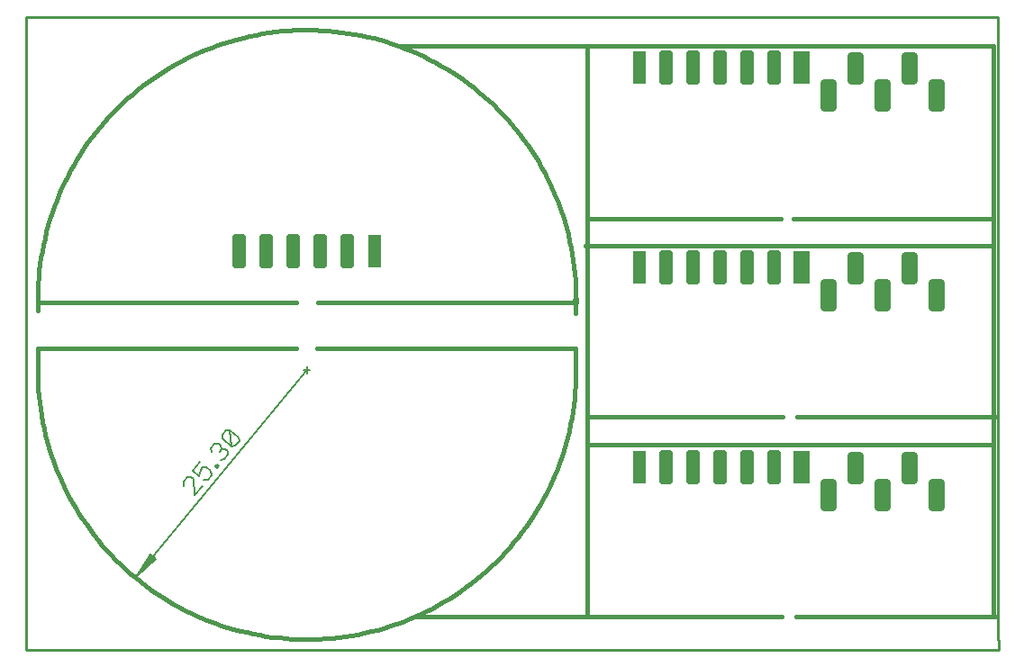
<source format=gtp>
G75*
%MOIN*%
%OFA0B0*%
%FSLAX25Y25*%
%IPPOS*%
%LPD*%
%AMOC8*
5,1,8,0,0,1.08239X$1,22.5*
%
%ADD10C,0.01600*%
%ADD11C,0.00512*%
%ADD12C,0.00600*%
%ADD13C,0.01000*%
%ADD14R,0.05000X0.12480*%
%ADD15C,0.02500*%
%ADD16C,0.03000*%
%ADD17R,0.06000X0.12000*%
D10*
X0255602Y0123102D02*
X0318852Y0123102D01*
X0390852Y0123102D01*
X0396352Y0123102D02*
X0469102Y0123102D01*
X0470102Y0123102D01*
X0469102Y0123102D02*
X0469102Y0334352D01*
X0468852Y0334352D02*
X0318852Y0334352D01*
X0318602Y0334352D01*
X0318852Y0334352D02*
X0318852Y0270602D01*
X0390602Y0270602D01*
X0395102Y0270602D02*
X0468852Y0270602D01*
X0468602Y0260602D02*
X0318352Y0260602D01*
X0318852Y0270602D02*
X0318852Y0197102D01*
X0391352Y0197102D01*
X0396602Y0197102D02*
X0470352Y0197102D01*
X0469352Y0186852D02*
X0319102Y0186852D01*
X0318852Y0197102D02*
X0318852Y0123102D01*
X0314602Y0216352D02*
X0314602Y0222352D01*
X0314352Y0222352D02*
X0218852Y0222352D01*
X0211352Y0222352D02*
X0115852Y0222352D01*
X0115602Y0222602D02*
X0115602Y0218602D01*
X0115602Y0239602D02*
X0211102Y0239602D01*
X0115602Y0236602D02*
X0115529Y0239043D01*
X0115515Y0241485D01*
X0115562Y0243927D01*
X0115668Y0246367D01*
X0115834Y0248803D01*
X0116060Y0251235D01*
X0116345Y0253660D01*
X0116689Y0256078D01*
X0117093Y0258487D01*
X0117556Y0260884D01*
X0118077Y0263270D01*
X0118657Y0265643D01*
X0119295Y0268000D01*
X0119990Y0270341D01*
X0120742Y0272665D01*
X0121551Y0274969D01*
X0122417Y0277252D01*
X0123338Y0279514D01*
X0124314Y0281753D01*
X0125345Y0283967D01*
X0126430Y0286155D01*
X0127568Y0288315D01*
X0128759Y0290447D01*
X0130002Y0292550D01*
X0131295Y0294621D01*
X0132640Y0296660D01*
X0134034Y0298665D01*
X0135476Y0300636D01*
X0136967Y0302570D01*
X0138504Y0304468D01*
X0140087Y0306327D01*
X0141716Y0308147D01*
X0143389Y0309926D01*
X0145104Y0311664D01*
X0146862Y0313359D01*
X0148661Y0315011D01*
X0150500Y0316618D01*
X0152378Y0318180D01*
X0154293Y0319694D01*
X0156245Y0321162D01*
X0158233Y0322581D01*
X0160254Y0323951D01*
X0162309Y0325272D01*
X0164395Y0326541D01*
X0166512Y0327759D01*
X0168658Y0328925D01*
X0170832Y0330037D01*
X0173032Y0331096D01*
X0175258Y0332101D01*
X0177508Y0333051D01*
X0179781Y0333945D01*
X0182074Y0334784D01*
X0184388Y0335566D01*
X0186720Y0336291D01*
X0189069Y0336959D01*
X0191434Y0337568D01*
X0193813Y0338120D01*
X0196205Y0338613D01*
X0198608Y0339048D01*
X0201021Y0339423D01*
X0203442Y0339739D01*
X0205871Y0339996D01*
X0208305Y0340193D01*
X0210744Y0340331D01*
X0213184Y0340408D01*
X0215627Y0340426D01*
X0218068Y0340384D01*
X0220508Y0340281D01*
X0222945Y0340120D01*
X0225377Y0339898D01*
X0227803Y0339617D01*
X0230221Y0339277D01*
X0232631Y0338877D01*
X0235029Y0338418D01*
X0237416Y0337901D01*
X0239789Y0337325D01*
X0242148Y0336692D01*
X0244490Y0336001D01*
X0246815Y0335252D01*
X0249120Y0334447D01*
X0251406Y0333585D01*
X0253669Y0332668D01*
X0255909Y0331696D01*
X0258125Y0330669D01*
X0260315Y0329588D01*
X0262477Y0328453D01*
X0264611Y0327266D01*
X0266716Y0326027D01*
X0268789Y0324737D01*
X0270830Y0323396D01*
X0272838Y0322005D01*
X0274811Y0320566D01*
X0276748Y0319079D01*
X0278648Y0317545D01*
X0280510Y0315965D01*
X0282333Y0314339D01*
X0284115Y0312670D01*
X0285856Y0310957D01*
X0287554Y0309202D01*
X0289209Y0307406D01*
X0290819Y0305570D01*
X0292384Y0303695D01*
X0293902Y0301782D01*
X0295373Y0299832D01*
X0296796Y0297847D01*
X0298169Y0295828D01*
X0299493Y0293776D01*
X0300766Y0291692D01*
X0301988Y0289577D01*
X0303157Y0287433D01*
X0304273Y0285261D01*
X0305336Y0283062D01*
X0306345Y0280838D01*
X0307298Y0278590D01*
X0308197Y0276319D01*
X0309039Y0274027D01*
X0309825Y0271714D01*
X0310554Y0269384D01*
X0311226Y0267036D01*
X0311840Y0264672D01*
X0312396Y0262294D01*
X0312893Y0259903D01*
X0313331Y0257500D01*
X0313711Y0255088D01*
X0314031Y0252667D01*
X0314292Y0250239D01*
X0314493Y0247805D01*
X0314635Y0245367D01*
X0314717Y0242926D01*
X0314738Y0240484D01*
X0314700Y0238042D01*
X0314603Y0235602D01*
X0314852Y0239602D02*
X0219352Y0239602D01*
X0314603Y0218602D02*
X0314676Y0216161D01*
X0314690Y0213719D01*
X0314643Y0211277D01*
X0314537Y0208837D01*
X0314371Y0206401D01*
X0314145Y0203969D01*
X0313860Y0201544D01*
X0313516Y0199126D01*
X0313112Y0196717D01*
X0312649Y0194320D01*
X0312128Y0191934D01*
X0311548Y0189561D01*
X0310910Y0187204D01*
X0310215Y0184863D01*
X0309463Y0182539D01*
X0308654Y0180235D01*
X0307788Y0177952D01*
X0306867Y0175690D01*
X0305891Y0173451D01*
X0304860Y0171237D01*
X0303775Y0169049D01*
X0302637Y0166889D01*
X0301446Y0164757D01*
X0300203Y0162654D01*
X0298910Y0160583D01*
X0297565Y0158544D01*
X0296171Y0156539D01*
X0294729Y0154568D01*
X0293238Y0152634D01*
X0291701Y0150736D01*
X0290118Y0148877D01*
X0288489Y0147057D01*
X0286816Y0145278D01*
X0285101Y0143540D01*
X0283343Y0141845D01*
X0281544Y0140193D01*
X0279705Y0138586D01*
X0277827Y0137024D01*
X0275912Y0135510D01*
X0273960Y0134042D01*
X0271972Y0132623D01*
X0269951Y0131253D01*
X0267896Y0129932D01*
X0265810Y0128663D01*
X0263693Y0127445D01*
X0261547Y0126279D01*
X0259373Y0125167D01*
X0257173Y0124108D01*
X0254947Y0123103D01*
X0252697Y0122153D01*
X0250424Y0121259D01*
X0248131Y0120420D01*
X0245817Y0119638D01*
X0243485Y0118913D01*
X0241136Y0118245D01*
X0238771Y0117636D01*
X0236392Y0117084D01*
X0234000Y0116591D01*
X0231597Y0116156D01*
X0229184Y0115781D01*
X0226763Y0115465D01*
X0224334Y0115208D01*
X0221900Y0115011D01*
X0219461Y0114873D01*
X0217021Y0114796D01*
X0214578Y0114778D01*
X0212137Y0114820D01*
X0209697Y0114923D01*
X0207260Y0115084D01*
X0204828Y0115306D01*
X0202402Y0115587D01*
X0199984Y0115927D01*
X0197574Y0116327D01*
X0195176Y0116786D01*
X0192789Y0117303D01*
X0190416Y0117879D01*
X0188057Y0118512D01*
X0185715Y0119203D01*
X0183390Y0119952D01*
X0181085Y0120757D01*
X0178799Y0121619D01*
X0176536Y0122536D01*
X0174296Y0123508D01*
X0172080Y0124535D01*
X0169890Y0125616D01*
X0167728Y0126751D01*
X0165594Y0127938D01*
X0163489Y0129177D01*
X0161416Y0130467D01*
X0159375Y0131808D01*
X0157367Y0133199D01*
X0155394Y0134638D01*
X0153457Y0136125D01*
X0151557Y0137659D01*
X0149695Y0139239D01*
X0147872Y0140865D01*
X0146090Y0142534D01*
X0144349Y0144247D01*
X0142651Y0146002D01*
X0140996Y0147798D01*
X0139386Y0149634D01*
X0137821Y0151509D01*
X0136303Y0153422D01*
X0134832Y0155372D01*
X0133409Y0157357D01*
X0132036Y0159376D01*
X0130712Y0161428D01*
X0129439Y0163512D01*
X0128217Y0165627D01*
X0127048Y0167771D01*
X0125932Y0169943D01*
X0124869Y0172142D01*
X0123860Y0174366D01*
X0122907Y0176614D01*
X0122008Y0178885D01*
X0121166Y0181177D01*
X0120380Y0183490D01*
X0119651Y0185820D01*
X0118979Y0188168D01*
X0118365Y0190532D01*
X0117809Y0192910D01*
X0117312Y0195301D01*
X0116874Y0197704D01*
X0116494Y0200116D01*
X0116174Y0202537D01*
X0115913Y0204965D01*
X0115712Y0207399D01*
X0115570Y0209837D01*
X0115488Y0212278D01*
X0115467Y0214720D01*
X0115505Y0217162D01*
X0115602Y0219602D01*
X0115602Y0239852D02*
X0115602Y0240852D01*
X0115602Y0240352D02*
X0115602Y0245602D01*
X0248852Y0334602D02*
X0321102Y0334602D01*
X0314852Y0240852D02*
X0314852Y0240352D01*
X0314602Y0240602D02*
X0314352Y0240602D01*
D11*
X0216336Y0214390D02*
X0213822Y0214390D01*
X0214916Y0214193D02*
X0151930Y0137683D01*
X0159063Y0144738D01*
X0159243Y0144590D02*
X0151930Y0137683D01*
X0157483Y0146039D01*
X0157303Y0146187D02*
X0159243Y0144590D01*
X0158668Y0145063D02*
X0151930Y0137683D01*
X0157878Y0145714D01*
X0157303Y0146187D02*
X0151930Y0137683D01*
X0215079Y0213134D02*
X0215079Y0215647D01*
D12*
X0189949Y0189548D02*
X0186654Y0192264D01*
X0187233Y0186253D01*
X0188736Y0186398D01*
X0190094Y0188045D01*
X0189949Y0189548D01*
X0186654Y0192264D02*
X0185151Y0192120D01*
X0183793Y0190472D01*
X0183938Y0188969D01*
X0187233Y0186253D01*
X0185849Y0184574D02*
X0185994Y0183072D01*
X0184636Y0181424D01*
X0183133Y0181279D01*
X0181762Y0179616D02*
X0182586Y0178937D01*
X0181907Y0178114D01*
X0181083Y0178793D01*
X0181762Y0179616D01*
X0179699Y0177114D02*
X0179844Y0175611D01*
X0178486Y0173964D01*
X0176983Y0173819D01*
X0175336Y0175177D02*
X0175870Y0177504D01*
X0176549Y0178328D01*
X0178052Y0178472D01*
X0179699Y0177114D01*
X0175336Y0175177D02*
X0172864Y0177214D01*
X0175581Y0180510D01*
X0179838Y0183996D02*
X0179693Y0185498D01*
X0181051Y0187146D01*
X0182554Y0187291D01*
X0183378Y0186612D01*
X0183523Y0185109D01*
X0185025Y0185254D01*
X0185849Y0184574D01*
X0183523Y0185109D02*
X0182843Y0184285D01*
X0173128Y0174178D02*
X0172304Y0174857D01*
X0170802Y0174712D01*
X0169444Y0173065D01*
X0169588Y0171562D01*
X0173128Y0174178D02*
X0173707Y0168167D01*
X0176423Y0171462D01*
D13*
X0111102Y0110852D02*
X0471102Y0110852D01*
X0471102Y0114352D01*
X0470852Y0114352D01*
X0470852Y0345102D01*
X0111102Y0345102D01*
X0111102Y0110852D01*
D14*
X0240102Y0258602D03*
X0338102Y0252352D03*
X0338102Y0178352D03*
X0338102Y0326352D03*
D15*
X0349352Y0331342D02*
X0349352Y0321362D01*
X0346852Y0321362D01*
X0346852Y0331342D01*
X0349352Y0331342D01*
X0349352Y0323861D02*
X0346852Y0323861D01*
X0346852Y0326360D02*
X0349352Y0326360D01*
X0349352Y0328859D02*
X0346852Y0328859D01*
X0359352Y0331342D02*
X0359352Y0321362D01*
X0356852Y0321362D01*
X0356852Y0331342D01*
X0359352Y0331342D01*
X0359352Y0323861D02*
X0356852Y0323861D01*
X0356852Y0326360D02*
X0359352Y0326360D01*
X0359352Y0328859D02*
X0356852Y0328859D01*
X0369352Y0331342D02*
X0369352Y0321362D01*
X0366852Y0321362D01*
X0366852Y0331342D01*
X0369352Y0331342D01*
X0369352Y0323861D02*
X0366852Y0323861D01*
X0366852Y0326360D02*
X0369352Y0326360D01*
X0369352Y0328859D02*
X0366852Y0328859D01*
X0379352Y0331342D02*
X0379352Y0321362D01*
X0376852Y0321362D01*
X0376852Y0331342D01*
X0379352Y0331342D01*
X0379352Y0323861D02*
X0376852Y0323861D01*
X0376852Y0326360D02*
X0379352Y0326360D01*
X0379352Y0328859D02*
X0376852Y0328859D01*
X0389352Y0331342D02*
X0389352Y0321362D01*
X0386852Y0321362D01*
X0386852Y0331342D01*
X0389352Y0331342D01*
X0389352Y0323861D02*
X0386852Y0323861D01*
X0386852Y0326360D02*
X0389352Y0326360D01*
X0389352Y0328859D02*
X0386852Y0328859D01*
X0389352Y0257342D02*
X0389352Y0247362D01*
X0386852Y0247362D01*
X0386852Y0257342D01*
X0389352Y0257342D01*
X0389352Y0249861D02*
X0386852Y0249861D01*
X0386852Y0252360D02*
X0389352Y0252360D01*
X0389352Y0254859D02*
X0386852Y0254859D01*
X0379352Y0257342D02*
X0379352Y0247362D01*
X0376852Y0247362D01*
X0376852Y0257342D01*
X0379352Y0257342D01*
X0379352Y0249861D02*
X0376852Y0249861D01*
X0376852Y0252360D02*
X0379352Y0252360D01*
X0379352Y0254859D02*
X0376852Y0254859D01*
X0369352Y0257342D02*
X0369352Y0247362D01*
X0366852Y0247362D01*
X0366852Y0257342D01*
X0369352Y0257342D01*
X0369352Y0249861D02*
X0366852Y0249861D01*
X0366852Y0252360D02*
X0369352Y0252360D01*
X0369352Y0254859D02*
X0366852Y0254859D01*
X0359352Y0257342D02*
X0359352Y0247362D01*
X0356852Y0247362D01*
X0356852Y0257342D01*
X0359352Y0257342D01*
X0359352Y0249861D02*
X0356852Y0249861D01*
X0356852Y0252360D02*
X0359352Y0252360D01*
X0359352Y0254859D02*
X0356852Y0254859D01*
X0349352Y0257342D02*
X0349352Y0247362D01*
X0346852Y0247362D01*
X0346852Y0257342D01*
X0349352Y0257342D01*
X0349352Y0249861D02*
X0346852Y0249861D01*
X0346852Y0252360D02*
X0349352Y0252360D01*
X0349352Y0254859D02*
X0346852Y0254859D01*
X0349352Y0183342D02*
X0349352Y0173362D01*
X0346852Y0173362D01*
X0346852Y0183342D01*
X0349352Y0183342D01*
X0349352Y0175861D02*
X0346852Y0175861D01*
X0346852Y0178360D02*
X0349352Y0178360D01*
X0349352Y0180859D02*
X0346852Y0180859D01*
X0359352Y0183342D02*
X0359352Y0173362D01*
X0356852Y0173362D01*
X0356852Y0183342D01*
X0359352Y0183342D01*
X0359352Y0175861D02*
X0356852Y0175861D01*
X0356852Y0178360D02*
X0359352Y0178360D01*
X0359352Y0180859D02*
X0356852Y0180859D01*
X0369352Y0183342D02*
X0369352Y0173362D01*
X0366852Y0173362D01*
X0366852Y0183342D01*
X0369352Y0183342D01*
X0369352Y0175861D02*
X0366852Y0175861D01*
X0366852Y0178360D02*
X0369352Y0178360D01*
X0369352Y0180859D02*
X0366852Y0180859D01*
X0379352Y0183342D02*
X0379352Y0173362D01*
X0376852Y0173362D01*
X0376852Y0183342D01*
X0379352Y0183342D01*
X0379352Y0175861D02*
X0376852Y0175861D01*
X0376852Y0178360D02*
X0379352Y0178360D01*
X0379352Y0180859D02*
X0376852Y0180859D01*
X0389352Y0183342D02*
X0389352Y0173362D01*
X0386852Y0173362D01*
X0386852Y0183342D01*
X0389352Y0183342D01*
X0389352Y0175861D02*
X0386852Y0175861D01*
X0386852Y0178360D02*
X0389352Y0178360D01*
X0389352Y0180859D02*
X0386852Y0180859D01*
X0228852Y0253612D02*
X0228852Y0263592D01*
X0231352Y0263592D01*
X0231352Y0253612D01*
X0228852Y0253612D01*
X0228852Y0256111D02*
X0231352Y0256111D01*
X0231352Y0258610D02*
X0228852Y0258610D01*
X0228852Y0261109D02*
X0231352Y0261109D01*
X0218852Y0263592D02*
X0218852Y0253612D01*
X0218852Y0263592D02*
X0221352Y0263592D01*
X0221352Y0253612D01*
X0218852Y0253612D01*
X0218852Y0256111D02*
X0221352Y0256111D01*
X0221352Y0258610D02*
X0218852Y0258610D01*
X0218852Y0261109D02*
X0221352Y0261109D01*
X0208852Y0263592D02*
X0208852Y0253612D01*
X0208852Y0263592D02*
X0211352Y0263592D01*
X0211352Y0253612D01*
X0208852Y0253612D01*
X0208852Y0256111D02*
X0211352Y0256111D01*
X0211352Y0258610D02*
X0208852Y0258610D01*
X0208852Y0261109D02*
X0211352Y0261109D01*
X0198852Y0263592D02*
X0198852Y0253612D01*
X0198852Y0263592D02*
X0201352Y0263592D01*
X0201352Y0253612D01*
X0198852Y0253612D01*
X0198852Y0256111D02*
X0201352Y0256111D01*
X0201352Y0258610D02*
X0198852Y0258610D01*
X0198852Y0261109D02*
X0201352Y0261109D01*
X0188852Y0263592D02*
X0188852Y0253612D01*
X0188852Y0263592D02*
X0191352Y0263592D01*
X0191352Y0253612D01*
X0188852Y0253612D01*
X0188852Y0256111D02*
X0191352Y0256111D01*
X0191352Y0258610D02*
X0188852Y0258610D01*
X0188852Y0261109D02*
X0191352Y0261109D01*
D16*
X0409602Y0246852D02*
X0409602Y0237852D01*
X0406602Y0237852D01*
X0406602Y0246852D01*
X0409602Y0246852D01*
X0409602Y0240851D02*
X0406602Y0240851D01*
X0406602Y0243850D02*
X0409602Y0243850D01*
X0409602Y0246849D02*
X0406602Y0246849D01*
X0419602Y0247852D02*
X0419602Y0256852D01*
X0419602Y0247852D02*
X0416602Y0247852D01*
X0416602Y0256852D01*
X0419602Y0256852D01*
X0419602Y0250851D02*
X0416602Y0250851D01*
X0416602Y0253850D02*
X0419602Y0253850D01*
X0419602Y0256849D02*
X0416602Y0256849D01*
X0429602Y0246852D02*
X0429602Y0237852D01*
X0426602Y0237852D01*
X0426602Y0246852D01*
X0429602Y0246852D01*
X0429602Y0240851D02*
X0426602Y0240851D01*
X0426602Y0243850D02*
X0429602Y0243850D01*
X0429602Y0246849D02*
X0426602Y0246849D01*
X0439602Y0247852D02*
X0439602Y0256852D01*
X0439602Y0247852D02*
X0436602Y0247852D01*
X0436602Y0256852D01*
X0439602Y0256852D01*
X0439602Y0250851D02*
X0436602Y0250851D01*
X0436602Y0253850D02*
X0439602Y0253850D01*
X0439602Y0256849D02*
X0436602Y0256849D01*
X0449602Y0246852D02*
X0449602Y0237852D01*
X0446602Y0237852D01*
X0446602Y0246852D01*
X0449602Y0246852D01*
X0449602Y0240851D02*
X0446602Y0240851D01*
X0446602Y0243850D02*
X0449602Y0243850D01*
X0449602Y0246849D02*
X0446602Y0246849D01*
X0439602Y0182852D02*
X0439602Y0173852D01*
X0436602Y0173852D01*
X0436602Y0182852D01*
X0439602Y0182852D01*
X0439602Y0176851D02*
X0436602Y0176851D01*
X0436602Y0179850D02*
X0439602Y0179850D01*
X0439602Y0182849D02*
X0436602Y0182849D01*
X0429602Y0172852D02*
X0429602Y0163852D01*
X0426602Y0163852D01*
X0426602Y0172852D01*
X0429602Y0172852D01*
X0429602Y0166851D02*
X0426602Y0166851D01*
X0426602Y0169850D02*
X0429602Y0169850D01*
X0429602Y0172849D02*
X0426602Y0172849D01*
X0419602Y0173852D02*
X0419602Y0182852D01*
X0419602Y0173852D02*
X0416602Y0173852D01*
X0416602Y0182852D01*
X0419602Y0182852D01*
X0419602Y0176851D02*
X0416602Y0176851D01*
X0416602Y0179850D02*
X0419602Y0179850D01*
X0419602Y0182849D02*
X0416602Y0182849D01*
X0409602Y0172852D02*
X0409602Y0163852D01*
X0406602Y0163852D01*
X0406602Y0172852D01*
X0409602Y0172852D01*
X0409602Y0166851D02*
X0406602Y0166851D01*
X0406602Y0169850D02*
X0409602Y0169850D01*
X0409602Y0172849D02*
X0406602Y0172849D01*
X0449602Y0172852D02*
X0449602Y0163852D01*
X0446602Y0163852D01*
X0446602Y0172852D01*
X0449602Y0172852D01*
X0449602Y0166851D02*
X0446602Y0166851D01*
X0446602Y0169850D02*
X0449602Y0169850D01*
X0449602Y0172849D02*
X0446602Y0172849D01*
X0449602Y0311852D02*
X0449602Y0320852D01*
X0449602Y0311852D02*
X0446602Y0311852D01*
X0446602Y0320852D01*
X0449602Y0320852D01*
X0449602Y0314851D02*
X0446602Y0314851D01*
X0446602Y0317850D02*
X0449602Y0317850D01*
X0449602Y0320849D02*
X0446602Y0320849D01*
X0439602Y0321852D02*
X0439602Y0330852D01*
X0439602Y0321852D02*
X0436602Y0321852D01*
X0436602Y0330852D01*
X0439602Y0330852D01*
X0439602Y0324851D02*
X0436602Y0324851D01*
X0436602Y0327850D02*
X0439602Y0327850D01*
X0439602Y0330849D02*
X0436602Y0330849D01*
X0429602Y0320852D02*
X0429602Y0311852D01*
X0426602Y0311852D01*
X0426602Y0320852D01*
X0429602Y0320852D01*
X0429602Y0314851D02*
X0426602Y0314851D01*
X0426602Y0317850D02*
X0429602Y0317850D01*
X0429602Y0320849D02*
X0426602Y0320849D01*
X0419602Y0321852D02*
X0419602Y0330852D01*
X0419602Y0321852D02*
X0416602Y0321852D01*
X0416602Y0330852D01*
X0419602Y0330852D01*
X0419602Y0324851D02*
X0416602Y0324851D01*
X0416602Y0327850D02*
X0419602Y0327850D01*
X0419602Y0330849D02*
X0416602Y0330849D01*
X0409602Y0320852D02*
X0409602Y0311852D01*
X0406602Y0311852D01*
X0406602Y0320852D01*
X0409602Y0320852D01*
X0409602Y0314851D02*
X0406602Y0314851D01*
X0406602Y0317850D02*
X0409602Y0317850D01*
X0409602Y0320849D02*
X0406602Y0320849D01*
D17*
X0398102Y0326352D03*
X0398102Y0252352D03*
X0398102Y0178352D03*
M02*

</source>
